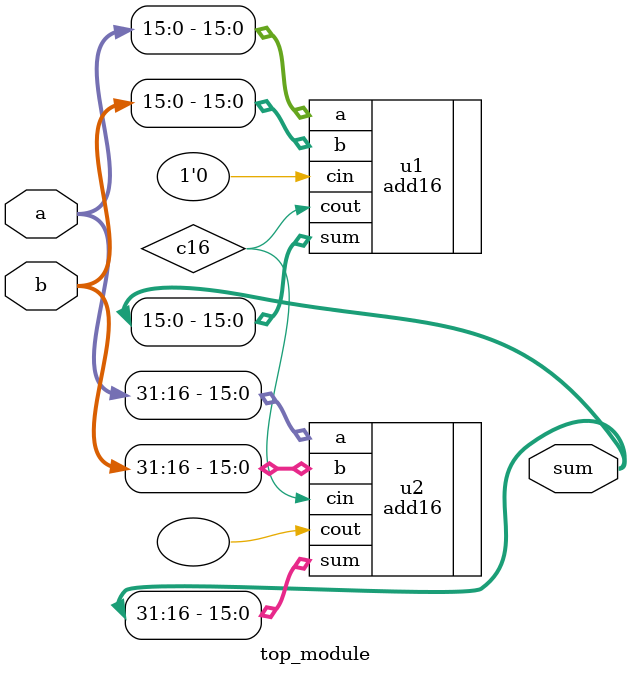
<source format=v>
module top_module(
    input [31:0] a,
    input [31:0] b,
    output [31:0] sum
);
    wire c16;
    add16 u1(.a(a[15:0]),.b(b[15:0]),.cin(1'b0),.sum(sum[15:0]),.cout(c16));
    add16 u2(.a(a[31:16]),.b(b[31:16]),.cin(c16),.sum(sum[31:16]),.cout());
    
endmodule

</source>
